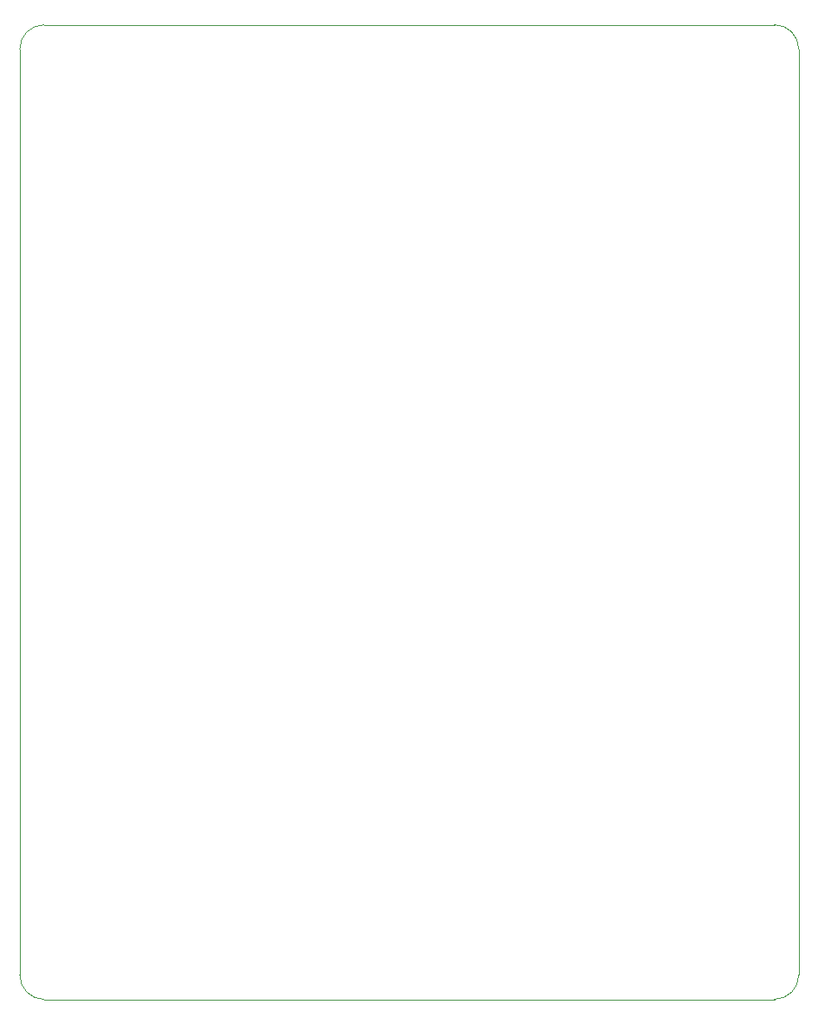
<source format=gm1>
G04 #@! TF.GenerationSoftware,KiCad,Pcbnew,(5.1.10)-1*
G04 #@! TF.CreationDate,2021-05-19T19:05:48-07:00*
G04 #@! TF.ProjectId,numpad,6e756d70-6164-42e6-9b69-6361645f7063,rev?*
G04 #@! TF.SameCoordinates,Original*
G04 #@! TF.FileFunction,Profile,NP*
%FSLAX46Y46*%
G04 Gerber Fmt 4.6, Leading zero omitted, Abs format (unit mm)*
G04 Created by KiCad (PCBNEW (5.1.10)-1) date 2021-05-19 19:05:48*
%MOMM*%
%LPD*%
G01*
G04 APERTURE LIST*
G04 #@! TA.AperFunction,Profile*
%ADD10C,0.050000*%
G04 #@! TD*
G04 APERTURE END LIST*
D10*
X161131250Y-45243750D02*
X89693750Y-45243750D01*
X87312500Y-47625000D02*
G75*
G02*
X89693750Y-45243750I2381250J0D01*
G01*
X161131250Y-45243750D02*
G75*
G02*
X163512500Y-47625000I0J-2381250D01*
G01*
X89693750Y-140493750D02*
X161131250Y-140493750D01*
X87312500Y-47625000D02*
X87312500Y-138112500D01*
X163512500Y-138112500D02*
X163512500Y-47625000D01*
X163512500Y-138112500D02*
G75*
G02*
X161131250Y-140493750I-2381250J0D01*
G01*
X89693750Y-140493750D02*
G75*
G02*
X87312500Y-138112500I0J2381250D01*
G01*
M02*

</source>
